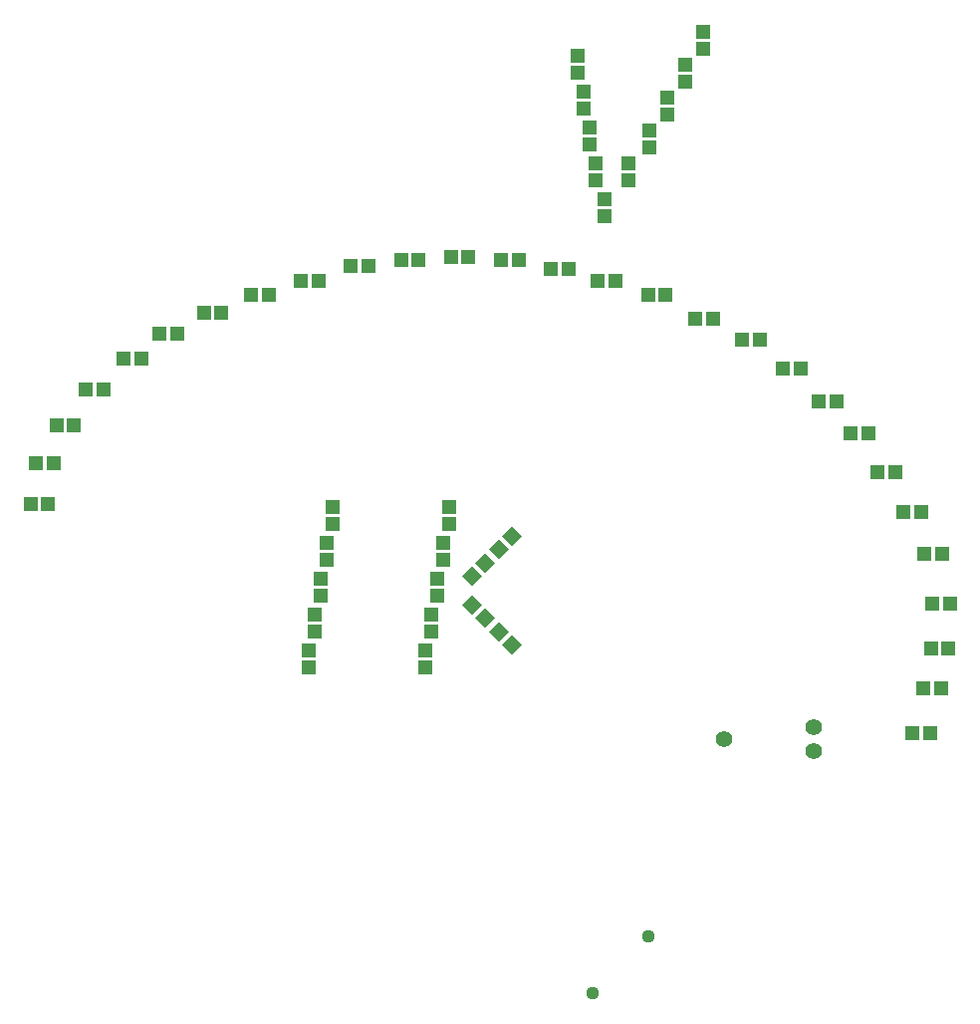
<source format=gbr>
G04 #@! TF.FileFunction,Soldermask,Top*
%FSLAX46Y46*%
G04 Gerber Fmt 4.6, Leading zero omitted, Abs format (unit mm)*
G04 Created by KiCad (PCBNEW 4.0.5+dfsg1-4) date Sun Sep 22 01:55:02 2019*
%MOMM*%
%LPD*%
G01*
G04 APERTURE LIST*
%ADD10C,0.100000*%
%ADD11C,1.390600*%
%ADD12R,1.197560X1.197560*%
%ADD13C,1.120000*%
G04 APERTURE END LIST*
D10*
D11*
X167414000Y-116170000D03*
X167414000Y-114138000D03*
X159794000Y-115154000D03*
D10*
G36*
X140722165Y-99766638D02*
X139875362Y-98919835D01*
X140722165Y-98073032D01*
X141568968Y-98919835D01*
X140722165Y-99766638D01*
X140722165Y-99766638D01*
G37*
G36*
X141781835Y-98706968D02*
X140935032Y-97860165D01*
X141781835Y-97013362D01*
X142628638Y-97860165D01*
X141781835Y-98706968D01*
X141781835Y-98706968D01*
G37*
D12*
X126520000Y-95354700D03*
X126520000Y-96853300D03*
X125504000Y-102949300D03*
X125504000Y-101450700D03*
X124488000Y-109045300D03*
X124488000Y-107546700D03*
D10*
G36*
X138436165Y-102052638D02*
X137589362Y-101205835D01*
X138436165Y-100359032D01*
X139282968Y-101205835D01*
X138436165Y-102052638D01*
X138436165Y-102052638D01*
G37*
G36*
X139495835Y-100992968D02*
X138649032Y-100146165D01*
X139495835Y-99299362D01*
X140342638Y-100146165D01*
X139495835Y-100992968D01*
X139495835Y-100992968D01*
G37*
G36*
X137589362Y-103702165D02*
X138436165Y-102855362D01*
X139282968Y-103702165D01*
X138436165Y-104548968D01*
X137589362Y-103702165D01*
X137589362Y-103702165D01*
G37*
G36*
X138649032Y-104761835D02*
X139495835Y-103915032D01*
X140342638Y-104761835D01*
X139495835Y-105608638D01*
X138649032Y-104761835D01*
X138649032Y-104761835D01*
G37*
D12*
X124996000Y-104498700D03*
X124996000Y-105997300D03*
X136426000Y-96853300D03*
X136426000Y-95354700D03*
X102349300Y-95130000D03*
X100850700Y-95130000D03*
X148364000Y-63096700D03*
X148364000Y-64595300D03*
X148872000Y-66144700D03*
X148872000Y-67643300D03*
X132350700Y-74380000D03*
X133849300Y-74380000D03*
X149634000Y-69192700D03*
X149634000Y-70691300D03*
X110249300Y-82750000D03*
X108750700Y-82750000D03*
X111850700Y-80630000D03*
X113349300Y-80630000D03*
X115600700Y-78880000D03*
X117099300Y-78880000D03*
X119600700Y-77380000D03*
X121099300Y-77380000D03*
X156492000Y-59261300D03*
X156492000Y-57762700D03*
X149101400Y-76130000D03*
X150600000Y-76130000D03*
X154849300Y-77380000D03*
X153350700Y-77380000D03*
X125348600Y-76130000D03*
X123850000Y-76130000D03*
X161351400Y-81130000D03*
X162850000Y-81130000D03*
X178323300Y-99406000D03*
X176824700Y-99406000D03*
X175046700Y-95850000D03*
X176545300Y-95850000D03*
X179019300Y-103580000D03*
X177520700Y-103580000D03*
X135410000Y-101450700D03*
X135410000Y-102949300D03*
X134902000Y-104498700D03*
X134902000Y-105997300D03*
X126012000Y-98402700D03*
X126012000Y-99901300D03*
X135918000Y-98402700D03*
X135918000Y-99901300D03*
X134394000Y-107546700D03*
X134394000Y-109045300D03*
D10*
G36*
X139875362Y-105988165D02*
X140722165Y-105141362D01*
X141568968Y-105988165D01*
X140722165Y-106834968D01*
X139875362Y-105988165D01*
X139875362Y-105988165D01*
G37*
G36*
X140935032Y-107047835D02*
X141781835Y-106201032D01*
X142628638Y-107047835D01*
X141781835Y-107894638D01*
X140935032Y-107047835D01*
X140935032Y-107047835D01*
G37*
D12*
X147348000Y-57000700D03*
X147348000Y-58499300D03*
X147856000Y-60048700D03*
X147856000Y-61547300D03*
X101350700Y-91630000D03*
X102849300Y-91630000D03*
X153444000Y-64849300D03*
X153444000Y-63350700D03*
X103070865Y-88409835D03*
X104569465Y-88409835D03*
X154968000Y-62055300D03*
X154968000Y-60556700D03*
X107069465Y-85409835D03*
X105570865Y-85409835D03*
X138098600Y-74130000D03*
X136600000Y-74130000D03*
X151666000Y-67643300D03*
X151666000Y-66144700D03*
X158016000Y-56467300D03*
X158016000Y-54968700D03*
X142349300Y-74380000D03*
X140850700Y-74380000D03*
X145101400Y-75130000D03*
X146600000Y-75130000D03*
X128100000Y-74880000D03*
X129598600Y-74880000D03*
X158849300Y-79380000D03*
X157350700Y-79380000D03*
X166349300Y-83630000D03*
X164850700Y-83630000D03*
X167850700Y-86380000D03*
X169349300Y-86380000D03*
X172099300Y-89130000D03*
X170600700Y-89130000D03*
X172850700Y-92380000D03*
X174349300Y-92380000D03*
X175808700Y-114646000D03*
X177307300Y-114646000D03*
X176760700Y-110760000D03*
X178259300Y-110760000D03*
X177400700Y-107440000D03*
X178899300Y-107440000D03*
D13*
X148615837Y-136694163D03*
X153424163Y-131885837D03*
M02*

</source>
